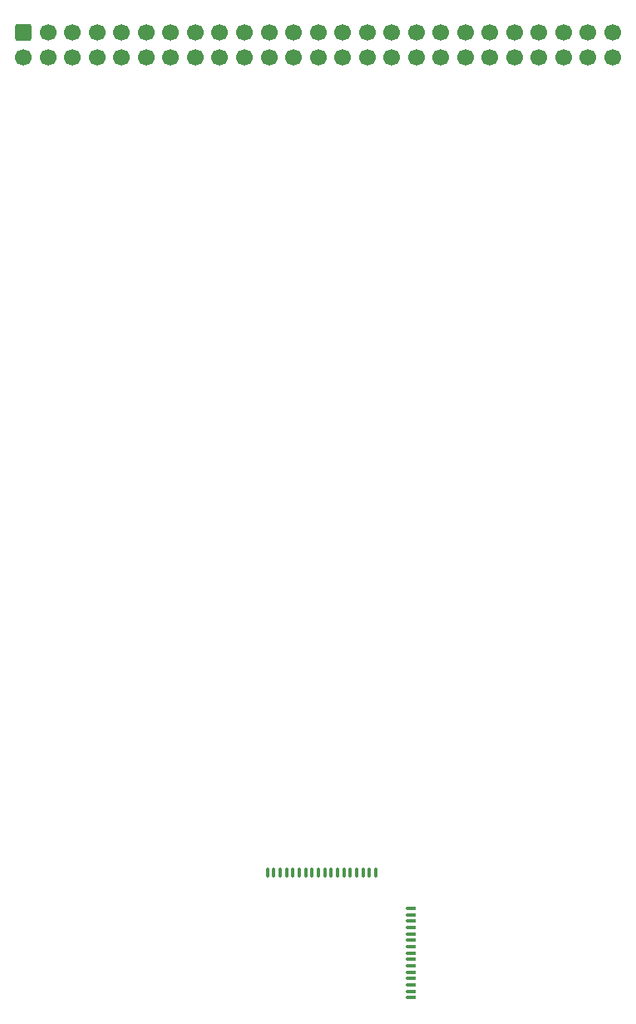
<source format=gbr>
%TF.GenerationSoftware,KiCad,Pcbnew,8.99.0-409-g72d83cd5de*%
%TF.CreationDate,2024-05-03T23:53:59-05:00*%
%TF.ProjectId,RCP-FLEX,5243502d-464c-4455-982e-6b696361645f,rev?*%
%TF.SameCoordinates,Original*%
%TF.FileFunction,Soldermask,Bot*%
%TF.FilePolarity,Negative*%
%FSLAX46Y46*%
G04 Gerber Fmt 4.6, Leading zero omitted, Abs format (unit mm)*
G04 Created by KiCad (PCBNEW 8.99.0-409-g72d83cd5de) date 2024-05-03 23:53:59*
%MOMM*%
%LPD*%
G01*
G04 APERTURE LIST*
G04 Aperture macros list*
%AMRoundRect*
0 Rectangle with rounded corners*
0 $1 Rounding radius*
0 $2 $3 $4 $5 $6 $7 $8 $9 X,Y pos of 4 corners*
0 Add a 4 corners polygon primitive as box body*
4,1,4,$2,$3,$4,$5,$6,$7,$8,$9,$2,$3,0*
0 Add four circle primitives for the rounded corners*
1,1,$1+$1,$2,$3*
1,1,$1+$1,$4,$5*
1,1,$1+$1,$6,$7*
1,1,$1+$1,$8,$9*
0 Add four rect primitives between the rounded corners*
20,1,$1+$1,$2,$3,$4,$5,0*
20,1,$1+$1,$4,$5,$6,$7,0*
20,1,$1+$1,$6,$7,$8,$9,0*
20,1,$1+$1,$8,$9,$2,$3,0*%
G04 Aperture macros list end*
%ADD10O,0.400000X0.400000*%
%ADD11O,0.400000X1.000000*%
%ADD12O,1.000000X0.400000*%
%ADD13RoundRect,0.250000X-0.600000X0.600000X-0.600000X-0.600000X0.600000X-0.600000X0.600000X0.600000X0*%
%ADD14C,1.700000*%
G04 APERTURE END LIST*
D10*
%TO.C,TP2*%
X143100828Y-126877295D03*
D11*
X143100828Y-127177295D03*
%TD*%
D10*
%TO.C,TP9*%
X147650828Y-126877295D03*
D11*
X147650828Y-127177295D03*
%TD*%
D10*
%TO.C,TP31*%
X157375828Y-138587295D03*
D12*
X157075828Y-138587295D03*
%TD*%
D10*
%TO.C,TP5*%
X145050828Y-126877295D03*
D11*
X145050828Y-127177295D03*
%TD*%
D10*
%TO.C,TP24*%
X157375828Y-134037295D03*
D12*
X157075828Y-134037295D03*
%TD*%
D10*
%TO.C,TP1*%
X142450828Y-126877295D03*
D11*
X142450828Y-127177295D03*
%TD*%
D10*
%TO.C,TP6*%
X145700828Y-126877295D03*
D11*
X145700828Y-127177295D03*
%TD*%
D10*
%TO.C,TP23*%
X157375828Y-133387295D03*
D12*
X157075828Y-133387295D03*
%TD*%
D10*
%TO.C,TP14*%
X150900828Y-126877295D03*
D11*
X150900828Y-127177295D03*
%TD*%
D10*
%TO.C,TP11*%
X148950828Y-126877295D03*
D11*
X148950828Y-127177295D03*
%TD*%
D10*
%TO.C,TP18*%
X153500828Y-126877295D03*
D11*
X153500828Y-127177295D03*
%TD*%
D10*
%TO.C,TP17*%
X152850828Y-126877295D03*
D11*
X152850828Y-127177295D03*
%TD*%
D10*
%TO.C,TP4*%
X144400828Y-126877295D03*
D11*
X144400828Y-127177295D03*
%TD*%
D10*
%TO.C,TP10*%
X148300828Y-126877295D03*
D11*
X148300828Y-127177295D03*
%TD*%
D10*
%TO.C,TP29*%
X157375828Y-137287295D03*
D12*
X157075828Y-137287295D03*
%TD*%
D10*
%TO.C,TP27*%
X157375828Y-135987295D03*
D12*
X157075828Y-135987295D03*
%TD*%
D10*
%TO.C,TP15*%
X151550828Y-126877295D03*
D11*
X151550828Y-127177295D03*
%TD*%
D10*
%TO.C,TP12*%
X149600828Y-126877295D03*
D11*
X149600828Y-127177295D03*
%TD*%
D10*
%TO.C,TP7*%
X146350828Y-126877295D03*
D11*
X146350828Y-127177295D03*
%TD*%
D10*
%TO.C,TP8*%
X147000828Y-126877295D03*
D11*
X147000828Y-127177295D03*
%TD*%
D10*
%TO.C,TP16*%
X152200828Y-126877295D03*
D11*
X152200828Y-127177295D03*
%TD*%
D10*
%TO.C,TP20*%
X157375828Y-131437295D03*
D12*
X157075828Y-131437295D03*
%TD*%
D10*
%TO.C,TP25*%
X157375828Y-134687295D03*
D12*
X157075828Y-134687295D03*
%TD*%
D10*
%TO.C,TP21*%
X157375828Y-132087295D03*
D12*
X157075828Y-132087295D03*
%TD*%
D10*
%TO.C,TP22*%
X157375828Y-132737295D03*
D12*
X157075828Y-132737295D03*
%TD*%
D10*
%TO.C,TP3*%
X143750828Y-126877295D03*
D11*
X143750828Y-127177295D03*
%TD*%
D10*
%TO.C,TP30*%
X157375828Y-137937295D03*
D12*
X157075828Y-137937295D03*
%TD*%
D10*
%TO.C,TP19*%
X157375828Y-130787295D03*
D12*
X157075828Y-130787295D03*
%TD*%
D10*
%TO.C,TP33*%
X157375828Y-139887295D03*
D12*
X157075828Y-139887295D03*
%TD*%
D10*
%TO.C,TP28*%
X157375828Y-136637295D03*
D12*
X157075828Y-136637295D03*
%TD*%
D10*
%TO.C,TP26*%
X157375828Y-135337295D03*
D12*
X157075828Y-135337295D03*
%TD*%
D10*
%TO.C,TP32*%
X157375828Y-139237295D03*
D12*
X157075828Y-139237295D03*
%TD*%
D10*
%TO.C,TP13*%
X150250828Y-126877295D03*
D11*
X150250828Y-127177295D03*
%TD*%
D13*
%TO.C,J1*%
X117611463Y-41677295D03*
D14*
X117611463Y-44217295D03*
X120111463Y-41677295D03*
X120111463Y-44217295D03*
X122611463Y-41677295D03*
X122611463Y-44217295D03*
X125111463Y-41677295D03*
X125111463Y-44217295D03*
X127611463Y-41677295D03*
X127611463Y-44217295D03*
X130111463Y-41677295D03*
X130111463Y-44217295D03*
X132611463Y-41677295D03*
X132611463Y-44217295D03*
X135111463Y-41677295D03*
X135111463Y-44217295D03*
X137611463Y-41677295D03*
X137611463Y-44217295D03*
X140111463Y-41677295D03*
X140111463Y-44217295D03*
X142611463Y-41677295D03*
X142611463Y-44217295D03*
X145111463Y-41677295D03*
X145111463Y-44217295D03*
X147611463Y-41677295D03*
X147611463Y-44217295D03*
X150111463Y-41677295D03*
X150111463Y-44217295D03*
X152611463Y-41677295D03*
X152611463Y-44217295D03*
X155111463Y-41677295D03*
X155111463Y-44217295D03*
X157611463Y-41677295D03*
X157611463Y-44217295D03*
X160111463Y-41677295D03*
X160111463Y-44217295D03*
X162611463Y-41677295D03*
X162611463Y-44217295D03*
X165111463Y-41677295D03*
X165111463Y-44217295D03*
X167611463Y-41677295D03*
X167611463Y-44217295D03*
X170111463Y-41677295D03*
X170111463Y-44217295D03*
X172611463Y-41677295D03*
X172611463Y-44217295D03*
X175111463Y-41677295D03*
X175111463Y-44217295D03*
X177611463Y-41677295D03*
X177611463Y-44217295D03*
%TD*%
M02*

</source>
